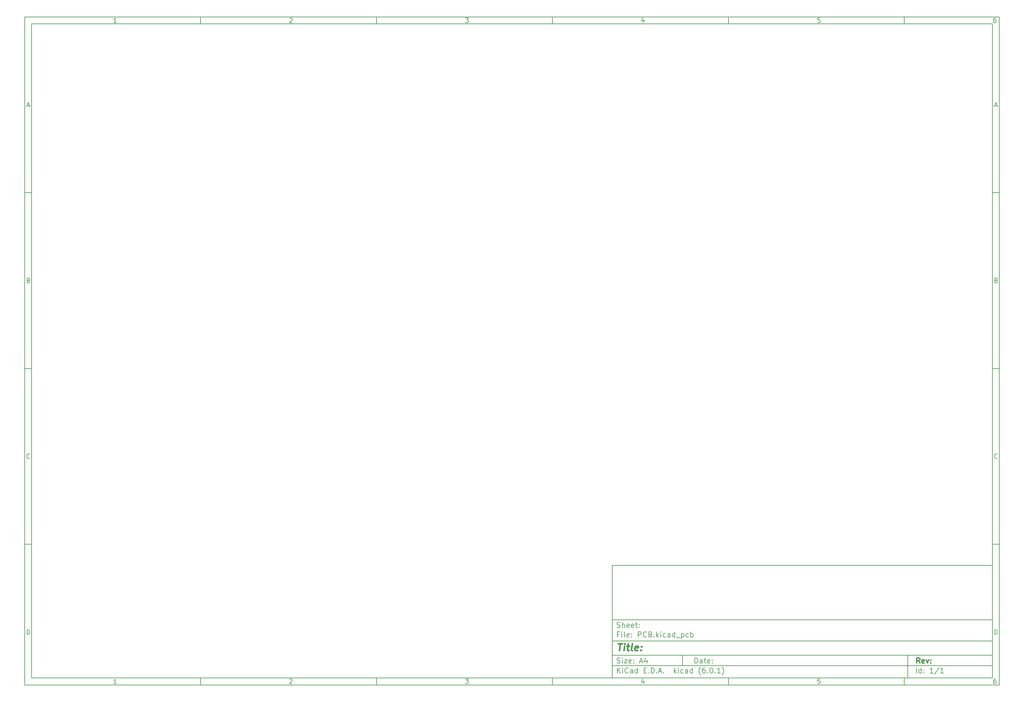
<source format=gbr>
G04 #@! TF.GenerationSoftware,KiCad,Pcbnew,(6.0.1)*
G04 #@! TF.CreationDate,2022-03-03T19:08:37-08:00*
G04 #@! TF.ProjectId,PCB,5043422e-6b69-4636-9164-5f7063625858,rev?*
G04 #@! TF.SameCoordinates,Original*
G04 #@! TF.FileFunction,Legend,Bot*
G04 #@! TF.FilePolarity,Positive*
%FSLAX46Y46*%
G04 Gerber Fmt 4.6, Leading zero omitted, Abs format (unit mm)*
G04 Created by KiCad (PCBNEW (6.0.1)) date 2022-03-03 19:08:37*
%MOMM*%
%LPD*%
G01*
G04 APERTURE LIST*
%ADD10C,0.100000*%
%ADD11C,0.150000*%
%ADD12C,0.300000*%
%ADD13C,0.400000*%
G04 APERTURE END LIST*
D10*
D11*
X177002200Y-166007200D02*
X177002200Y-198007200D01*
X285002200Y-198007200D01*
X285002200Y-166007200D01*
X177002200Y-166007200D01*
D10*
D11*
X10000000Y-10000000D02*
X10000000Y-200007200D01*
X287002200Y-200007200D01*
X287002200Y-10000000D01*
X10000000Y-10000000D01*
D10*
D11*
X12000000Y-12000000D02*
X12000000Y-198007200D01*
X285002200Y-198007200D01*
X285002200Y-12000000D01*
X12000000Y-12000000D01*
D10*
D11*
X60000000Y-12000000D02*
X60000000Y-10000000D01*
D10*
D11*
X110000000Y-12000000D02*
X110000000Y-10000000D01*
D10*
D11*
X160000000Y-12000000D02*
X160000000Y-10000000D01*
D10*
D11*
X210000000Y-12000000D02*
X210000000Y-10000000D01*
D10*
D11*
X260000000Y-12000000D02*
X260000000Y-10000000D01*
D10*
D11*
X36065476Y-11588095D02*
X35322619Y-11588095D01*
X35694047Y-11588095D02*
X35694047Y-10288095D01*
X35570238Y-10473809D01*
X35446428Y-10597619D01*
X35322619Y-10659523D01*
D10*
D11*
X85322619Y-10411904D02*
X85384523Y-10350000D01*
X85508333Y-10288095D01*
X85817857Y-10288095D01*
X85941666Y-10350000D01*
X86003571Y-10411904D01*
X86065476Y-10535714D01*
X86065476Y-10659523D01*
X86003571Y-10845238D01*
X85260714Y-11588095D01*
X86065476Y-11588095D01*
D10*
D11*
X135260714Y-10288095D02*
X136065476Y-10288095D01*
X135632142Y-10783333D01*
X135817857Y-10783333D01*
X135941666Y-10845238D01*
X136003571Y-10907142D01*
X136065476Y-11030952D01*
X136065476Y-11340476D01*
X136003571Y-11464285D01*
X135941666Y-11526190D01*
X135817857Y-11588095D01*
X135446428Y-11588095D01*
X135322619Y-11526190D01*
X135260714Y-11464285D01*
D10*
D11*
X185941666Y-10721428D02*
X185941666Y-11588095D01*
X185632142Y-10226190D02*
X185322619Y-11154761D01*
X186127380Y-11154761D01*
D10*
D11*
X236003571Y-10288095D02*
X235384523Y-10288095D01*
X235322619Y-10907142D01*
X235384523Y-10845238D01*
X235508333Y-10783333D01*
X235817857Y-10783333D01*
X235941666Y-10845238D01*
X236003571Y-10907142D01*
X236065476Y-11030952D01*
X236065476Y-11340476D01*
X236003571Y-11464285D01*
X235941666Y-11526190D01*
X235817857Y-11588095D01*
X235508333Y-11588095D01*
X235384523Y-11526190D01*
X235322619Y-11464285D01*
D10*
D11*
X285941666Y-10288095D02*
X285694047Y-10288095D01*
X285570238Y-10350000D01*
X285508333Y-10411904D01*
X285384523Y-10597619D01*
X285322619Y-10845238D01*
X285322619Y-11340476D01*
X285384523Y-11464285D01*
X285446428Y-11526190D01*
X285570238Y-11588095D01*
X285817857Y-11588095D01*
X285941666Y-11526190D01*
X286003571Y-11464285D01*
X286065476Y-11340476D01*
X286065476Y-11030952D01*
X286003571Y-10907142D01*
X285941666Y-10845238D01*
X285817857Y-10783333D01*
X285570238Y-10783333D01*
X285446428Y-10845238D01*
X285384523Y-10907142D01*
X285322619Y-11030952D01*
D10*
D11*
X60000000Y-198007200D02*
X60000000Y-200007200D01*
D10*
D11*
X110000000Y-198007200D02*
X110000000Y-200007200D01*
D10*
D11*
X160000000Y-198007200D02*
X160000000Y-200007200D01*
D10*
D11*
X210000000Y-198007200D02*
X210000000Y-200007200D01*
D10*
D11*
X260000000Y-198007200D02*
X260000000Y-200007200D01*
D10*
D11*
X36065476Y-199595295D02*
X35322619Y-199595295D01*
X35694047Y-199595295D02*
X35694047Y-198295295D01*
X35570238Y-198481009D01*
X35446428Y-198604819D01*
X35322619Y-198666723D01*
D10*
D11*
X85322619Y-198419104D02*
X85384523Y-198357200D01*
X85508333Y-198295295D01*
X85817857Y-198295295D01*
X85941666Y-198357200D01*
X86003571Y-198419104D01*
X86065476Y-198542914D01*
X86065476Y-198666723D01*
X86003571Y-198852438D01*
X85260714Y-199595295D01*
X86065476Y-199595295D01*
D10*
D11*
X135260714Y-198295295D02*
X136065476Y-198295295D01*
X135632142Y-198790533D01*
X135817857Y-198790533D01*
X135941666Y-198852438D01*
X136003571Y-198914342D01*
X136065476Y-199038152D01*
X136065476Y-199347676D01*
X136003571Y-199471485D01*
X135941666Y-199533390D01*
X135817857Y-199595295D01*
X135446428Y-199595295D01*
X135322619Y-199533390D01*
X135260714Y-199471485D01*
D10*
D11*
X185941666Y-198728628D02*
X185941666Y-199595295D01*
X185632142Y-198233390D02*
X185322619Y-199161961D01*
X186127380Y-199161961D01*
D10*
D11*
X236003571Y-198295295D02*
X235384523Y-198295295D01*
X235322619Y-198914342D01*
X235384523Y-198852438D01*
X235508333Y-198790533D01*
X235817857Y-198790533D01*
X235941666Y-198852438D01*
X236003571Y-198914342D01*
X236065476Y-199038152D01*
X236065476Y-199347676D01*
X236003571Y-199471485D01*
X235941666Y-199533390D01*
X235817857Y-199595295D01*
X235508333Y-199595295D01*
X235384523Y-199533390D01*
X235322619Y-199471485D01*
D10*
D11*
X285941666Y-198295295D02*
X285694047Y-198295295D01*
X285570238Y-198357200D01*
X285508333Y-198419104D01*
X285384523Y-198604819D01*
X285322619Y-198852438D01*
X285322619Y-199347676D01*
X285384523Y-199471485D01*
X285446428Y-199533390D01*
X285570238Y-199595295D01*
X285817857Y-199595295D01*
X285941666Y-199533390D01*
X286003571Y-199471485D01*
X286065476Y-199347676D01*
X286065476Y-199038152D01*
X286003571Y-198914342D01*
X285941666Y-198852438D01*
X285817857Y-198790533D01*
X285570238Y-198790533D01*
X285446428Y-198852438D01*
X285384523Y-198914342D01*
X285322619Y-199038152D01*
D10*
D11*
X10000000Y-60000000D02*
X12000000Y-60000000D01*
D10*
D11*
X10000000Y-110000000D02*
X12000000Y-110000000D01*
D10*
D11*
X10000000Y-160000000D02*
X12000000Y-160000000D01*
D10*
D11*
X10690476Y-35216666D02*
X11309523Y-35216666D01*
X10566666Y-35588095D02*
X11000000Y-34288095D01*
X11433333Y-35588095D01*
D10*
D11*
X11092857Y-84907142D02*
X11278571Y-84969047D01*
X11340476Y-85030952D01*
X11402380Y-85154761D01*
X11402380Y-85340476D01*
X11340476Y-85464285D01*
X11278571Y-85526190D01*
X11154761Y-85588095D01*
X10659523Y-85588095D01*
X10659523Y-84288095D01*
X11092857Y-84288095D01*
X11216666Y-84350000D01*
X11278571Y-84411904D01*
X11340476Y-84535714D01*
X11340476Y-84659523D01*
X11278571Y-84783333D01*
X11216666Y-84845238D01*
X11092857Y-84907142D01*
X10659523Y-84907142D01*
D10*
D11*
X11402380Y-135464285D02*
X11340476Y-135526190D01*
X11154761Y-135588095D01*
X11030952Y-135588095D01*
X10845238Y-135526190D01*
X10721428Y-135402380D01*
X10659523Y-135278571D01*
X10597619Y-135030952D01*
X10597619Y-134845238D01*
X10659523Y-134597619D01*
X10721428Y-134473809D01*
X10845238Y-134350000D01*
X11030952Y-134288095D01*
X11154761Y-134288095D01*
X11340476Y-134350000D01*
X11402380Y-134411904D01*
D10*
D11*
X10659523Y-185588095D02*
X10659523Y-184288095D01*
X10969047Y-184288095D01*
X11154761Y-184350000D01*
X11278571Y-184473809D01*
X11340476Y-184597619D01*
X11402380Y-184845238D01*
X11402380Y-185030952D01*
X11340476Y-185278571D01*
X11278571Y-185402380D01*
X11154761Y-185526190D01*
X10969047Y-185588095D01*
X10659523Y-185588095D01*
D10*
D11*
X287002200Y-60000000D02*
X285002200Y-60000000D01*
D10*
D11*
X287002200Y-110000000D02*
X285002200Y-110000000D01*
D10*
D11*
X287002200Y-160000000D02*
X285002200Y-160000000D01*
D10*
D11*
X285692676Y-35216666D02*
X286311723Y-35216666D01*
X285568866Y-35588095D02*
X286002200Y-34288095D01*
X286435533Y-35588095D01*
D10*
D11*
X286095057Y-84907142D02*
X286280771Y-84969047D01*
X286342676Y-85030952D01*
X286404580Y-85154761D01*
X286404580Y-85340476D01*
X286342676Y-85464285D01*
X286280771Y-85526190D01*
X286156961Y-85588095D01*
X285661723Y-85588095D01*
X285661723Y-84288095D01*
X286095057Y-84288095D01*
X286218866Y-84350000D01*
X286280771Y-84411904D01*
X286342676Y-84535714D01*
X286342676Y-84659523D01*
X286280771Y-84783333D01*
X286218866Y-84845238D01*
X286095057Y-84907142D01*
X285661723Y-84907142D01*
D10*
D11*
X286404580Y-135464285D02*
X286342676Y-135526190D01*
X286156961Y-135588095D01*
X286033152Y-135588095D01*
X285847438Y-135526190D01*
X285723628Y-135402380D01*
X285661723Y-135278571D01*
X285599819Y-135030952D01*
X285599819Y-134845238D01*
X285661723Y-134597619D01*
X285723628Y-134473809D01*
X285847438Y-134350000D01*
X286033152Y-134288095D01*
X286156961Y-134288095D01*
X286342676Y-134350000D01*
X286404580Y-134411904D01*
D10*
D11*
X285661723Y-185588095D02*
X285661723Y-184288095D01*
X285971247Y-184288095D01*
X286156961Y-184350000D01*
X286280771Y-184473809D01*
X286342676Y-184597619D01*
X286404580Y-184845238D01*
X286404580Y-185030952D01*
X286342676Y-185278571D01*
X286280771Y-185402380D01*
X286156961Y-185526190D01*
X285971247Y-185588095D01*
X285661723Y-185588095D01*
D10*
D11*
X200434342Y-193785771D02*
X200434342Y-192285771D01*
X200791485Y-192285771D01*
X201005771Y-192357200D01*
X201148628Y-192500057D01*
X201220057Y-192642914D01*
X201291485Y-192928628D01*
X201291485Y-193142914D01*
X201220057Y-193428628D01*
X201148628Y-193571485D01*
X201005771Y-193714342D01*
X200791485Y-193785771D01*
X200434342Y-193785771D01*
X202577200Y-193785771D02*
X202577200Y-193000057D01*
X202505771Y-192857200D01*
X202362914Y-192785771D01*
X202077200Y-192785771D01*
X201934342Y-192857200D01*
X202577200Y-193714342D02*
X202434342Y-193785771D01*
X202077200Y-193785771D01*
X201934342Y-193714342D01*
X201862914Y-193571485D01*
X201862914Y-193428628D01*
X201934342Y-193285771D01*
X202077200Y-193214342D01*
X202434342Y-193214342D01*
X202577200Y-193142914D01*
X203077200Y-192785771D02*
X203648628Y-192785771D01*
X203291485Y-192285771D02*
X203291485Y-193571485D01*
X203362914Y-193714342D01*
X203505771Y-193785771D01*
X203648628Y-193785771D01*
X204720057Y-193714342D02*
X204577200Y-193785771D01*
X204291485Y-193785771D01*
X204148628Y-193714342D01*
X204077200Y-193571485D01*
X204077200Y-193000057D01*
X204148628Y-192857200D01*
X204291485Y-192785771D01*
X204577200Y-192785771D01*
X204720057Y-192857200D01*
X204791485Y-193000057D01*
X204791485Y-193142914D01*
X204077200Y-193285771D01*
X205434342Y-193642914D02*
X205505771Y-193714342D01*
X205434342Y-193785771D01*
X205362914Y-193714342D01*
X205434342Y-193642914D01*
X205434342Y-193785771D01*
X205434342Y-192857200D02*
X205505771Y-192928628D01*
X205434342Y-193000057D01*
X205362914Y-192928628D01*
X205434342Y-192857200D01*
X205434342Y-193000057D01*
D10*
D11*
X177002200Y-194507200D02*
X285002200Y-194507200D01*
D10*
D11*
X178434342Y-196585771D02*
X178434342Y-195085771D01*
X179291485Y-196585771D02*
X178648628Y-195728628D01*
X179291485Y-195085771D02*
X178434342Y-195942914D01*
X179934342Y-196585771D02*
X179934342Y-195585771D01*
X179934342Y-195085771D02*
X179862914Y-195157200D01*
X179934342Y-195228628D01*
X180005771Y-195157200D01*
X179934342Y-195085771D01*
X179934342Y-195228628D01*
X181505771Y-196442914D02*
X181434342Y-196514342D01*
X181220057Y-196585771D01*
X181077200Y-196585771D01*
X180862914Y-196514342D01*
X180720057Y-196371485D01*
X180648628Y-196228628D01*
X180577200Y-195942914D01*
X180577200Y-195728628D01*
X180648628Y-195442914D01*
X180720057Y-195300057D01*
X180862914Y-195157200D01*
X181077200Y-195085771D01*
X181220057Y-195085771D01*
X181434342Y-195157200D01*
X181505771Y-195228628D01*
X182791485Y-196585771D02*
X182791485Y-195800057D01*
X182720057Y-195657200D01*
X182577200Y-195585771D01*
X182291485Y-195585771D01*
X182148628Y-195657200D01*
X182791485Y-196514342D02*
X182648628Y-196585771D01*
X182291485Y-196585771D01*
X182148628Y-196514342D01*
X182077200Y-196371485D01*
X182077200Y-196228628D01*
X182148628Y-196085771D01*
X182291485Y-196014342D01*
X182648628Y-196014342D01*
X182791485Y-195942914D01*
X184148628Y-196585771D02*
X184148628Y-195085771D01*
X184148628Y-196514342D02*
X184005771Y-196585771D01*
X183720057Y-196585771D01*
X183577200Y-196514342D01*
X183505771Y-196442914D01*
X183434342Y-196300057D01*
X183434342Y-195871485D01*
X183505771Y-195728628D01*
X183577200Y-195657200D01*
X183720057Y-195585771D01*
X184005771Y-195585771D01*
X184148628Y-195657200D01*
X186005771Y-195800057D02*
X186505771Y-195800057D01*
X186720057Y-196585771D02*
X186005771Y-196585771D01*
X186005771Y-195085771D01*
X186720057Y-195085771D01*
X187362914Y-196442914D02*
X187434342Y-196514342D01*
X187362914Y-196585771D01*
X187291485Y-196514342D01*
X187362914Y-196442914D01*
X187362914Y-196585771D01*
X188077200Y-196585771D02*
X188077200Y-195085771D01*
X188434342Y-195085771D01*
X188648628Y-195157200D01*
X188791485Y-195300057D01*
X188862914Y-195442914D01*
X188934342Y-195728628D01*
X188934342Y-195942914D01*
X188862914Y-196228628D01*
X188791485Y-196371485D01*
X188648628Y-196514342D01*
X188434342Y-196585771D01*
X188077200Y-196585771D01*
X189577200Y-196442914D02*
X189648628Y-196514342D01*
X189577200Y-196585771D01*
X189505771Y-196514342D01*
X189577200Y-196442914D01*
X189577200Y-196585771D01*
X190220057Y-196157200D02*
X190934342Y-196157200D01*
X190077200Y-196585771D02*
X190577200Y-195085771D01*
X191077200Y-196585771D01*
X191577200Y-196442914D02*
X191648628Y-196514342D01*
X191577200Y-196585771D01*
X191505771Y-196514342D01*
X191577200Y-196442914D01*
X191577200Y-196585771D01*
X194577200Y-196585771D02*
X194577200Y-195085771D01*
X194720057Y-196014342D02*
X195148628Y-196585771D01*
X195148628Y-195585771D02*
X194577200Y-196157200D01*
X195791485Y-196585771D02*
X195791485Y-195585771D01*
X195791485Y-195085771D02*
X195720057Y-195157200D01*
X195791485Y-195228628D01*
X195862914Y-195157200D01*
X195791485Y-195085771D01*
X195791485Y-195228628D01*
X197148628Y-196514342D02*
X197005771Y-196585771D01*
X196720057Y-196585771D01*
X196577200Y-196514342D01*
X196505771Y-196442914D01*
X196434342Y-196300057D01*
X196434342Y-195871485D01*
X196505771Y-195728628D01*
X196577200Y-195657200D01*
X196720057Y-195585771D01*
X197005771Y-195585771D01*
X197148628Y-195657200D01*
X198434342Y-196585771D02*
X198434342Y-195800057D01*
X198362914Y-195657200D01*
X198220057Y-195585771D01*
X197934342Y-195585771D01*
X197791485Y-195657200D01*
X198434342Y-196514342D02*
X198291485Y-196585771D01*
X197934342Y-196585771D01*
X197791485Y-196514342D01*
X197720057Y-196371485D01*
X197720057Y-196228628D01*
X197791485Y-196085771D01*
X197934342Y-196014342D01*
X198291485Y-196014342D01*
X198434342Y-195942914D01*
X199791485Y-196585771D02*
X199791485Y-195085771D01*
X199791485Y-196514342D02*
X199648628Y-196585771D01*
X199362914Y-196585771D01*
X199220057Y-196514342D01*
X199148628Y-196442914D01*
X199077200Y-196300057D01*
X199077200Y-195871485D01*
X199148628Y-195728628D01*
X199220057Y-195657200D01*
X199362914Y-195585771D01*
X199648628Y-195585771D01*
X199791485Y-195657200D01*
X202077200Y-197157200D02*
X202005771Y-197085771D01*
X201862914Y-196871485D01*
X201791485Y-196728628D01*
X201720057Y-196514342D01*
X201648628Y-196157200D01*
X201648628Y-195871485D01*
X201720057Y-195514342D01*
X201791485Y-195300057D01*
X201862914Y-195157200D01*
X202005771Y-194942914D01*
X202077200Y-194871485D01*
X203291485Y-195085771D02*
X203005771Y-195085771D01*
X202862914Y-195157200D01*
X202791485Y-195228628D01*
X202648628Y-195442914D01*
X202577200Y-195728628D01*
X202577200Y-196300057D01*
X202648628Y-196442914D01*
X202720057Y-196514342D01*
X202862914Y-196585771D01*
X203148628Y-196585771D01*
X203291485Y-196514342D01*
X203362914Y-196442914D01*
X203434342Y-196300057D01*
X203434342Y-195942914D01*
X203362914Y-195800057D01*
X203291485Y-195728628D01*
X203148628Y-195657200D01*
X202862914Y-195657200D01*
X202720057Y-195728628D01*
X202648628Y-195800057D01*
X202577200Y-195942914D01*
X204077200Y-196442914D02*
X204148628Y-196514342D01*
X204077200Y-196585771D01*
X204005771Y-196514342D01*
X204077200Y-196442914D01*
X204077200Y-196585771D01*
X205077200Y-195085771D02*
X205220057Y-195085771D01*
X205362914Y-195157200D01*
X205434342Y-195228628D01*
X205505771Y-195371485D01*
X205577200Y-195657200D01*
X205577200Y-196014342D01*
X205505771Y-196300057D01*
X205434342Y-196442914D01*
X205362914Y-196514342D01*
X205220057Y-196585771D01*
X205077200Y-196585771D01*
X204934342Y-196514342D01*
X204862914Y-196442914D01*
X204791485Y-196300057D01*
X204720057Y-196014342D01*
X204720057Y-195657200D01*
X204791485Y-195371485D01*
X204862914Y-195228628D01*
X204934342Y-195157200D01*
X205077200Y-195085771D01*
X206220057Y-196442914D02*
X206291485Y-196514342D01*
X206220057Y-196585771D01*
X206148628Y-196514342D01*
X206220057Y-196442914D01*
X206220057Y-196585771D01*
X207720057Y-196585771D02*
X206862914Y-196585771D01*
X207291485Y-196585771D02*
X207291485Y-195085771D01*
X207148628Y-195300057D01*
X207005771Y-195442914D01*
X206862914Y-195514342D01*
X208220057Y-197157200D02*
X208291485Y-197085771D01*
X208434342Y-196871485D01*
X208505771Y-196728628D01*
X208577200Y-196514342D01*
X208648628Y-196157200D01*
X208648628Y-195871485D01*
X208577200Y-195514342D01*
X208505771Y-195300057D01*
X208434342Y-195157200D01*
X208291485Y-194942914D01*
X208220057Y-194871485D01*
D10*
D11*
X177002200Y-191507200D02*
X285002200Y-191507200D01*
D10*
D12*
X264411485Y-193785771D02*
X263911485Y-193071485D01*
X263554342Y-193785771D02*
X263554342Y-192285771D01*
X264125771Y-192285771D01*
X264268628Y-192357200D01*
X264340057Y-192428628D01*
X264411485Y-192571485D01*
X264411485Y-192785771D01*
X264340057Y-192928628D01*
X264268628Y-193000057D01*
X264125771Y-193071485D01*
X263554342Y-193071485D01*
X265625771Y-193714342D02*
X265482914Y-193785771D01*
X265197200Y-193785771D01*
X265054342Y-193714342D01*
X264982914Y-193571485D01*
X264982914Y-193000057D01*
X265054342Y-192857200D01*
X265197200Y-192785771D01*
X265482914Y-192785771D01*
X265625771Y-192857200D01*
X265697200Y-193000057D01*
X265697200Y-193142914D01*
X264982914Y-193285771D01*
X266197200Y-192785771D02*
X266554342Y-193785771D01*
X266911485Y-192785771D01*
X267482914Y-193642914D02*
X267554342Y-193714342D01*
X267482914Y-193785771D01*
X267411485Y-193714342D01*
X267482914Y-193642914D01*
X267482914Y-193785771D01*
X267482914Y-192857200D02*
X267554342Y-192928628D01*
X267482914Y-193000057D01*
X267411485Y-192928628D01*
X267482914Y-192857200D01*
X267482914Y-193000057D01*
D10*
D11*
X178362914Y-193714342D02*
X178577200Y-193785771D01*
X178934342Y-193785771D01*
X179077200Y-193714342D01*
X179148628Y-193642914D01*
X179220057Y-193500057D01*
X179220057Y-193357200D01*
X179148628Y-193214342D01*
X179077200Y-193142914D01*
X178934342Y-193071485D01*
X178648628Y-193000057D01*
X178505771Y-192928628D01*
X178434342Y-192857200D01*
X178362914Y-192714342D01*
X178362914Y-192571485D01*
X178434342Y-192428628D01*
X178505771Y-192357200D01*
X178648628Y-192285771D01*
X179005771Y-192285771D01*
X179220057Y-192357200D01*
X179862914Y-193785771D02*
X179862914Y-192785771D01*
X179862914Y-192285771D02*
X179791485Y-192357200D01*
X179862914Y-192428628D01*
X179934342Y-192357200D01*
X179862914Y-192285771D01*
X179862914Y-192428628D01*
X180434342Y-192785771D02*
X181220057Y-192785771D01*
X180434342Y-193785771D01*
X181220057Y-193785771D01*
X182362914Y-193714342D02*
X182220057Y-193785771D01*
X181934342Y-193785771D01*
X181791485Y-193714342D01*
X181720057Y-193571485D01*
X181720057Y-193000057D01*
X181791485Y-192857200D01*
X181934342Y-192785771D01*
X182220057Y-192785771D01*
X182362914Y-192857200D01*
X182434342Y-193000057D01*
X182434342Y-193142914D01*
X181720057Y-193285771D01*
X183077200Y-193642914D02*
X183148628Y-193714342D01*
X183077200Y-193785771D01*
X183005771Y-193714342D01*
X183077200Y-193642914D01*
X183077200Y-193785771D01*
X183077200Y-192857200D02*
X183148628Y-192928628D01*
X183077200Y-193000057D01*
X183005771Y-192928628D01*
X183077200Y-192857200D01*
X183077200Y-193000057D01*
X184862914Y-193357200D02*
X185577200Y-193357200D01*
X184720057Y-193785771D02*
X185220057Y-192285771D01*
X185720057Y-193785771D01*
X186862914Y-192785771D02*
X186862914Y-193785771D01*
X186505771Y-192214342D02*
X186148628Y-193285771D01*
X187077200Y-193285771D01*
D10*
D11*
X263434342Y-196585771D02*
X263434342Y-195085771D01*
X264791485Y-196585771D02*
X264791485Y-195085771D01*
X264791485Y-196514342D02*
X264648628Y-196585771D01*
X264362914Y-196585771D01*
X264220057Y-196514342D01*
X264148628Y-196442914D01*
X264077200Y-196300057D01*
X264077200Y-195871485D01*
X264148628Y-195728628D01*
X264220057Y-195657200D01*
X264362914Y-195585771D01*
X264648628Y-195585771D01*
X264791485Y-195657200D01*
X265505771Y-196442914D02*
X265577200Y-196514342D01*
X265505771Y-196585771D01*
X265434342Y-196514342D01*
X265505771Y-196442914D01*
X265505771Y-196585771D01*
X265505771Y-195657200D02*
X265577200Y-195728628D01*
X265505771Y-195800057D01*
X265434342Y-195728628D01*
X265505771Y-195657200D01*
X265505771Y-195800057D01*
X268148628Y-196585771D02*
X267291485Y-196585771D01*
X267720057Y-196585771D02*
X267720057Y-195085771D01*
X267577200Y-195300057D01*
X267434342Y-195442914D01*
X267291485Y-195514342D01*
X269862914Y-195014342D02*
X268577200Y-196942914D01*
X271148628Y-196585771D02*
X270291485Y-196585771D01*
X270720057Y-196585771D02*
X270720057Y-195085771D01*
X270577200Y-195300057D01*
X270434342Y-195442914D01*
X270291485Y-195514342D01*
D10*
D11*
X177002200Y-187507200D02*
X285002200Y-187507200D01*
D10*
D13*
X178714580Y-188211961D02*
X179857438Y-188211961D01*
X179036009Y-190211961D02*
X179286009Y-188211961D01*
X180274104Y-190211961D02*
X180440771Y-188878628D01*
X180524104Y-188211961D02*
X180416961Y-188307200D01*
X180500295Y-188402438D01*
X180607438Y-188307200D01*
X180524104Y-188211961D01*
X180500295Y-188402438D01*
X181107438Y-188878628D02*
X181869342Y-188878628D01*
X181476485Y-188211961D02*
X181262200Y-189926247D01*
X181333628Y-190116723D01*
X181512200Y-190211961D01*
X181702676Y-190211961D01*
X182655057Y-190211961D02*
X182476485Y-190116723D01*
X182405057Y-189926247D01*
X182619342Y-188211961D01*
X184190771Y-190116723D02*
X183988390Y-190211961D01*
X183607438Y-190211961D01*
X183428866Y-190116723D01*
X183357438Y-189926247D01*
X183452676Y-189164342D01*
X183571723Y-188973866D01*
X183774104Y-188878628D01*
X184155057Y-188878628D01*
X184333628Y-188973866D01*
X184405057Y-189164342D01*
X184381247Y-189354819D01*
X183405057Y-189545295D01*
X185155057Y-190021485D02*
X185238390Y-190116723D01*
X185131247Y-190211961D01*
X185047914Y-190116723D01*
X185155057Y-190021485D01*
X185131247Y-190211961D01*
X185286009Y-188973866D02*
X185369342Y-189069104D01*
X185262200Y-189164342D01*
X185178866Y-189069104D01*
X185286009Y-188973866D01*
X185262200Y-189164342D01*
D10*
D11*
X178934342Y-185600057D02*
X178434342Y-185600057D01*
X178434342Y-186385771D02*
X178434342Y-184885771D01*
X179148628Y-184885771D01*
X179720057Y-186385771D02*
X179720057Y-185385771D01*
X179720057Y-184885771D02*
X179648628Y-184957200D01*
X179720057Y-185028628D01*
X179791485Y-184957200D01*
X179720057Y-184885771D01*
X179720057Y-185028628D01*
X180648628Y-186385771D02*
X180505771Y-186314342D01*
X180434342Y-186171485D01*
X180434342Y-184885771D01*
X181791485Y-186314342D02*
X181648628Y-186385771D01*
X181362914Y-186385771D01*
X181220057Y-186314342D01*
X181148628Y-186171485D01*
X181148628Y-185600057D01*
X181220057Y-185457200D01*
X181362914Y-185385771D01*
X181648628Y-185385771D01*
X181791485Y-185457200D01*
X181862914Y-185600057D01*
X181862914Y-185742914D01*
X181148628Y-185885771D01*
X182505771Y-186242914D02*
X182577200Y-186314342D01*
X182505771Y-186385771D01*
X182434342Y-186314342D01*
X182505771Y-186242914D01*
X182505771Y-186385771D01*
X182505771Y-185457200D02*
X182577200Y-185528628D01*
X182505771Y-185600057D01*
X182434342Y-185528628D01*
X182505771Y-185457200D01*
X182505771Y-185600057D01*
X184362914Y-186385771D02*
X184362914Y-184885771D01*
X184934342Y-184885771D01*
X185077200Y-184957200D01*
X185148628Y-185028628D01*
X185220057Y-185171485D01*
X185220057Y-185385771D01*
X185148628Y-185528628D01*
X185077200Y-185600057D01*
X184934342Y-185671485D01*
X184362914Y-185671485D01*
X186720057Y-186242914D02*
X186648628Y-186314342D01*
X186434342Y-186385771D01*
X186291485Y-186385771D01*
X186077200Y-186314342D01*
X185934342Y-186171485D01*
X185862914Y-186028628D01*
X185791485Y-185742914D01*
X185791485Y-185528628D01*
X185862914Y-185242914D01*
X185934342Y-185100057D01*
X186077200Y-184957200D01*
X186291485Y-184885771D01*
X186434342Y-184885771D01*
X186648628Y-184957200D01*
X186720057Y-185028628D01*
X187862914Y-185600057D02*
X188077200Y-185671485D01*
X188148628Y-185742914D01*
X188220057Y-185885771D01*
X188220057Y-186100057D01*
X188148628Y-186242914D01*
X188077200Y-186314342D01*
X187934342Y-186385771D01*
X187362914Y-186385771D01*
X187362914Y-184885771D01*
X187862914Y-184885771D01*
X188005771Y-184957200D01*
X188077200Y-185028628D01*
X188148628Y-185171485D01*
X188148628Y-185314342D01*
X188077200Y-185457200D01*
X188005771Y-185528628D01*
X187862914Y-185600057D01*
X187362914Y-185600057D01*
X188862914Y-186242914D02*
X188934342Y-186314342D01*
X188862914Y-186385771D01*
X188791485Y-186314342D01*
X188862914Y-186242914D01*
X188862914Y-186385771D01*
X189577200Y-186385771D02*
X189577200Y-184885771D01*
X189720057Y-185814342D02*
X190148628Y-186385771D01*
X190148628Y-185385771D02*
X189577200Y-185957200D01*
X190791485Y-186385771D02*
X190791485Y-185385771D01*
X190791485Y-184885771D02*
X190720057Y-184957200D01*
X190791485Y-185028628D01*
X190862914Y-184957200D01*
X190791485Y-184885771D01*
X190791485Y-185028628D01*
X192148628Y-186314342D02*
X192005771Y-186385771D01*
X191720057Y-186385771D01*
X191577200Y-186314342D01*
X191505771Y-186242914D01*
X191434342Y-186100057D01*
X191434342Y-185671485D01*
X191505771Y-185528628D01*
X191577200Y-185457200D01*
X191720057Y-185385771D01*
X192005771Y-185385771D01*
X192148628Y-185457200D01*
X193434342Y-186385771D02*
X193434342Y-185600057D01*
X193362914Y-185457200D01*
X193220057Y-185385771D01*
X192934342Y-185385771D01*
X192791485Y-185457200D01*
X193434342Y-186314342D02*
X193291485Y-186385771D01*
X192934342Y-186385771D01*
X192791485Y-186314342D01*
X192720057Y-186171485D01*
X192720057Y-186028628D01*
X192791485Y-185885771D01*
X192934342Y-185814342D01*
X193291485Y-185814342D01*
X193434342Y-185742914D01*
X194791485Y-186385771D02*
X194791485Y-184885771D01*
X194791485Y-186314342D02*
X194648628Y-186385771D01*
X194362914Y-186385771D01*
X194220057Y-186314342D01*
X194148628Y-186242914D01*
X194077200Y-186100057D01*
X194077200Y-185671485D01*
X194148628Y-185528628D01*
X194220057Y-185457200D01*
X194362914Y-185385771D01*
X194648628Y-185385771D01*
X194791485Y-185457200D01*
X195148628Y-186528628D02*
X196291485Y-186528628D01*
X196648628Y-185385771D02*
X196648628Y-186885771D01*
X196648628Y-185457200D02*
X196791485Y-185385771D01*
X197077200Y-185385771D01*
X197220057Y-185457200D01*
X197291485Y-185528628D01*
X197362914Y-185671485D01*
X197362914Y-186100057D01*
X197291485Y-186242914D01*
X197220057Y-186314342D01*
X197077200Y-186385771D01*
X196791485Y-186385771D01*
X196648628Y-186314342D01*
X198648628Y-186314342D02*
X198505771Y-186385771D01*
X198220057Y-186385771D01*
X198077200Y-186314342D01*
X198005771Y-186242914D01*
X197934342Y-186100057D01*
X197934342Y-185671485D01*
X198005771Y-185528628D01*
X198077200Y-185457200D01*
X198220057Y-185385771D01*
X198505771Y-185385771D01*
X198648628Y-185457200D01*
X199291485Y-186385771D02*
X199291485Y-184885771D01*
X199291485Y-185457200D02*
X199434342Y-185385771D01*
X199720057Y-185385771D01*
X199862914Y-185457200D01*
X199934342Y-185528628D01*
X200005771Y-185671485D01*
X200005771Y-186100057D01*
X199934342Y-186242914D01*
X199862914Y-186314342D01*
X199720057Y-186385771D01*
X199434342Y-186385771D01*
X199291485Y-186314342D01*
D10*
D11*
X177002200Y-181507200D02*
X285002200Y-181507200D01*
D10*
D11*
X178362914Y-183614342D02*
X178577200Y-183685771D01*
X178934342Y-183685771D01*
X179077200Y-183614342D01*
X179148628Y-183542914D01*
X179220057Y-183400057D01*
X179220057Y-183257200D01*
X179148628Y-183114342D01*
X179077200Y-183042914D01*
X178934342Y-182971485D01*
X178648628Y-182900057D01*
X178505771Y-182828628D01*
X178434342Y-182757200D01*
X178362914Y-182614342D01*
X178362914Y-182471485D01*
X178434342Y-182328628D01*
X178505771Y-182257200D01*
X178648628Y-182185771D01*
X179005771Y-182185771D01*
X179220057Y-182257200D01*
X179862914Y-183685771D02*
X179862914Y-182185771D01*
X180505771Y-183685771D02*
X180505771Y-182900057D01*
X180434342Y-182757200D01*
X180291485Y-182685771D01*
X180077200Y-182685771D01*
X179934342Y-182757200D01*
X179862914Y-182828628D01*
X181791485Y-183614342D02*
X181648628Y-183685771D01*
X181362914Y-183685771D01*
X181220057Y-183614342D01*
X181148628Y-183471485D01*
X181148628Y-182900057D01*
X181220057Y-182757200D01*
X181362914Y-182685771D01*
X181648628Y-182685771D01*
X181791485Y-182757200D01*
X181862914Y-182900057D01*
X181862914Y-183042914D01*
X181148628Y-183185771D01*
X183077200Y-183614342D02*
X182934342Y-183685771D01*
X182648628Y-183685771D01*
X182505771Y-183614342D01*
X182434342Y-183471485D01*
X182434342Y-182900057D01*
X182505771Y-182757200D01*
X182648628Y-182685771D01*
X182934342Y-182685771D01*
X183077200Y-182757200D01*
X183148628Y-182900057D01*
X183148628Y-183042914D01*
X182434342Y-183185771D01*
X183577200Y-182685771D02*
X184148628Y-182685771D01*
X183791485Y-182185771D02*
X183791485Y-183471485D01*
X183862914Y-183614342D01*
X184005771Y-183685771D01*
X184148628Y-183685771D01*
X184648628Y-183542914D02*
X184720057Y-183614342D01*
X184648628Y-183685771D01*
X184577200Y-183614342D01*
X184648628Y-183542914D01*
X184648628Y-183685771D01*
X184648628Y-182757200D02*
X184720057Y-182828628D01*
X184648628Y-182900057D01*
X184577200Y-182828628D01*
X184648628Y-182757200D01*
X184648628Y-182900057D01*
D10*
D12*
D10*
D11*
D10*
D11*
D10*
D11*
D10*
D11*
D10*
D11*
X197002200Y-191507200D02*
X197002200Y-194507200D01*
D10*
D11*
X261002200Y-191507200D02*
X261002200Y-198007200D01*
M02*

</source>
